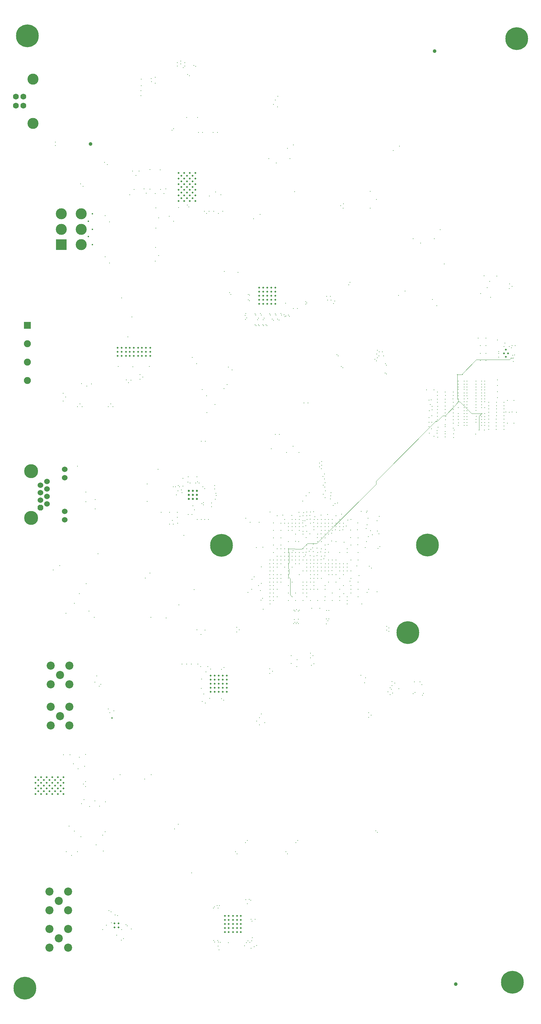
<source format=gbl>
%FSTAX23Y23*%
%MOIN*%
%SFA1B1*%

%IPPOS*%
%AMD205*
4,1,8,0.030000,-0.015000,0.030000,0.015000,0.015000,0.030000,-0.015000,0.030000,-0.030000,0.015000,-0.030000,-0.015000,-0.015000,-0.030000,0.015000,-0.030000,0.030000,-0.015000,0.0*
%
%ADD187C,0.039370*%
%ADD190C,0.004000*%
%ADD197C,0.244094*%
%ADD198C,0.023622*%
%ADD199C,0.086614*%
%ADD200C,0.075000*%
%ADD201R,0.075000X0.075000*%
%ADD202C,0.118110*%
%ADD203C,0.062992*%
%ADD204C,0.150000*%
G04~CAMADD=205~4~0.0~0.0~600.0~600.0~0.0~150.0~0~0.0~0.0~0.0~0.0~0~0.0~0.0~0.0~0.0~0~0.0~0.0~0.0~270.0~600.0~600.0*
%ADD205D205*%
%ADD206C,0.060000*%
%ADD207R,0.118110X0.118110*%
%ADD208C,0.007000*%
%ADD209C,0.015000*%
%ADD210C,0.020000*%
%ADD211C,0.019685*%
%LNprob_s7cas_pcb-1*%
%LPD*%
G54D187*
X04857Y00269D03*
X00942Y09256D03*
X0463Y1025D03*
G54D190*
X04871Y06531D02*
Y0679D01*
X04884Y06498D02*
Y06518D01*
X04871Y06531D02*
X04884Y06518D01*
X04002Y05617D02*
Y0565D01*
X04658Y06292D02*
X04717Y0635D01*
X04644Y06292D02*
X04658D01*
X04002Y0565D02*
X04644Y06292D01*
X03061Y04924D02*
X03133D01*
X03205Y04923D02*
X03265Y04982D01*
X03135Y04923D02*
X03205D01*
X03133Y04924D02*
X03135Y04923D01*
X0307Y04775D02*
Y04889D01*
X049Y06498D02*
X05027Y06372D01*
X05134*
X04884Y06498D02*
X049D01*
X03265Y04982D02*
X03367D01*
X04002Y05617*
X05134Y06372D02*
X05135D01*
X05136Y06371*
X05134Y06372D02*
X05134Y06372D01*
X05105Y06343D02*
X05134Y06372D01*
X04717Y0635D02*
X04741D01*
X03081Y04432D02*
X03101Y04413D01*
X03081Y04432D02*
Y04605D01*
X03062Y04624D02*
X03081Y04605D01*
X03062Y04624D02*
Y04649D01*
X03061Y04716D02*
X0307Y04708D01*
Y04657D02*
Y04708D01*
X03062Y04649D02*
X0307Y04657D01*
X03061Y04716D02*
Y04767D01*
X0307Y04775*
X03061Y04897D02*
X0307Y04889D01*
X03061Y04897D02*
Y04924D01*
X04741Y0635D02*
X04858Y06468D01*
Y06472*
X04884Y06498*
X05448Y06965D02*
X05474D01*
X05448Y06965D02*
X05448Y06965D01*
X05474D02*
X05474Y06966D01*
X05431Y06948D02*
X05448Y06965D01*
X05077Y06948D02*
X05431D01*
X04918Y0679D02*
X05077Y06948D01*
X04871Y0679D02*
X04918D01*
X05105Y06195D02*
Y06343D01*
G54D197*
X04551Y04964D03*
X04343Y04029D03*
X02347Y04963D03*
X00238Y00225D03*
X05462Y00289D03*
X0551Y10381D03*
X00267Y10413D03*
G54D198*
X02081Y0546D03*
X02039D03*
X01996D03*
X02081Y05502D03*
X02039D03*
X01996D03*
X02081Y05544D03*
X02039D03*
X01996D03*
G54D199*
X00601Y0116D03*
X00701Y0106D03*
X00501D03*
Y0126D03*
X00701D03*
X00601Y0076D03*
X00701Y0066D03*
X00501D03*
Y0086D03*
X00701D03*
X00715Y03236D03*
X00515D03*
Y03036D03*
X00715D03*
X00615Y03136D03*
X00715Y03676D03*
X00515D03*
Y03476D03*
X00715D03*
X00615Y03576D03*
G54D200*
X00267Y06726D03*
Y06923D03*
Y0712D03*
G54D201*
X00267Y07317D03*
G54D202*
X00327Y0995D03*
Y09476D03*
X00628Y08343D03*
Y08508D03*
X00844Y08178D03*
Y08343D03*
Y08508D03*
G54D203*
X00221Y09664D03*
Y09762D03*
X00142Y09664D03*
Y09762D03*
G54D204*
X00307Y05256D03*
Y05756D03*
G54D205*
X00407Y05366D03*
G54D206*
X00407Y05446D03*
Y05526D03*
Y05606D03*
X00477Y05406D03*
Y05486D03*
Y05566D03*
Y05646D03*
X00667Y05236D03*
Y05686D03*
Y05776D03*
Y05326D03*
G54D207*
X00628Y08178D03*
G54D208*
X02943Y04767D03*
X02901Y04769D03*
X05074Y06467D03*
X04983Y06532D03*
X04827Y06529D03*
X04884Y0653D03*
X04581Y06469D03*
X04594Y06518D03*
X03345Y05269D03*
X03411Y05284D03*
X03333Y05204D03*
X03299Y05199D03*
X03338Y05238D03*
X037Y05231D03*
X04655Y06161D03*
X04624Y0613D03*
X03843Y05324D03*
X03443Y04819D03*
X03413Y0477D03*
X04834Y06117D03*
X03412Y05086D03*
X03373Y05046D03*
X03634Y05297D03*
X03413Y05163D03*
X04602Y06412D03*
X03481Y05292D03*
X04663Y06449D03*
X04601Y0645D03*
X03542Y0539D03*
X03561Y0541D03*
X03368Y04933D03*
X03525Y05091D03*
X03565Y0513D03*
X03328Y04894D03*
X03295Y04851D03*
X04743Y06252D03*
X04657Y06188D03*
X04661Y0612D03*
X04744Y06232D03*
X03374Y0477D03*
X03413Y04809D03*
X03452Y04848D03*
X03807Y05203D03*
X03728Y05124D03*
X03492Y04888D03*
X03659Y04997D03*
X03802Y05129D03*
X03915Y05253D03*
X03458Y04764D03*
X03728Y05045D03*
X039Y05317D03*
X03416Y04846D03*
X03455Y04885D03*
X03573Y05003D03*
X03337Y04768D03*
X03905Y05329D03*
X03376Y04806D03*
X04743Y06155D03*
X04744Y06121D03*
X04743Y06179D03*
X04572Y06161D03*
X03304Y04918D03*
X03285Y04898D03*
X03324Y04937D03*
X03245Y04859D03*
X03229Y04842D03*
X03527Y0501D03*
X03684Y05168D03*
X03488Y04972D03*
X03645Y05129D03*
X03369Y04853D03*
X03408Y04892D03*
X04666Y06226D03*
X0457Y06233D03*
X04838Y06196D03*
X0346Y0492D03*
X04596Y06208D03*
X04647Y06284D03*
X03254Y0489D03*
X03179Y04846D03*
X03258Y04924D03*
X046Y06278D03*
X03219Y04885D03*
X0483Y0627D03*
X0457Y06278D03*
X03515Y05493D03*
X03248Y05171D03*
X04571Y06402D03*
X03337Y0513D03*
X03293Y05087D03*
X03513Y05458D03*
X03218Y05162D03*
X03296Y05241D03*
X03335Y05163D03*
X03111Y04905D03*
X03102Y04885D03*
X03061Y04885D03*
X03589Y05417D03*
X03254Y05047D03*
X03171Y05003D03*
X03258Y05113D03*
X03219Y05082D03*
X03459Y05544D03*
X04543Y06624D03*
X03457Y05631D03*
X03435Y05607D03*
X03176Y05316D03*
X03452Y05584D03*
X03432Y05698D03*
X03285Y05527D03*
X03251Y05493D03*
X02789Y04942D03*
X03001Y05287D03*
X03099Y05283D03*
X02904Y05043D03*
X02983Y05121D03*
X03448Y05727D03*
X0345Y05673D03*
X03217Y05436D03*
X03417Y05781D03*
X03419Y05819D03*
X03395Y05801D03*
X03396Y05842D03*
X03419Y0586D03*
X02865Y05318D03*
X02901Y05203D03*
X02943Y05279D03*
X02983Y052D03*
X04017Y05115D03*
X03887Y0494D03*
X04031Y05084D03*
X0381Y04806D03*
X03796Y04741D03*
X04022Y04929D03*
X04042Y04949D03*
X03818Y0464D03*
X03723Y04578D03*
X03928Y04739D03*
X03952Y04719D03*
X03653Y04649D03*
X03613Y04609D03*
X03809Y0457D03*
X03941Y0512D03*
X04945Y06687D03*
X04976D03*
X03435Y0551D03*
X03227Y05312D03*
X03187Y05272D03*
X04945Y06655D03*
X04884Y06631D03*
X04945D03*
X05073Y06593D03*
X04977Y06625D03*
X04624Y06624D03*
X04976Y06561D03*
X03294Y05282D03*
X03334Y05321D03*
X03239Y05227D03*
X03216Y05203D03*
X04569Y06514D03*
X04744Y06527D03*
X04884Y06561D03*
X05073Y06498D03*
X02865Y04491D03*
Y04452D03*
X03219D03*
X03731Y0461D03*
X02865Y04688D03*
X02943Y04806D03*
X02983Y04846D03*
X03021Y04886D03*
X03809Y04885D03*
X02864Y04767D03*
X039Y05002D03*
X02904Y04885D03*
X0466Y06491D03*
X05165Y06435D03*
X05134Y06466D03*
X05073Y06435D03*
X05134Y06435D03*
X02983Y04767D03*
X03691Y04924D03*
X05134Y06309D03*
X0314Y05004D03*
X03022Y04806D03*
X0466Y06379D03*
X04744Y06452D03*
X05075Y06343D03*
X02983Y04806D03*
X04749Y06343D03*
X04745Y06305D03*
X0483Y06415D03*
Y06451D03*
X04976Y06403D03*
X04945Y06435D03*
X04976Y06466D03*
Y06435D03*
X04945Y06466D03*
Y06498D03*
Y06403D03*
X03328Y04974D03*
X05136Y06371D03*
X04884Y06435D03*
X0483Y0638D03*
X03573Y05279D03*
X03259Y04964D03*
X03219Y04924D03*
X03494Y052D03*
X03657Y04447D03*
X03494Y0457D03*
X0521Y06275D03*
X03731Y04806D03*
X03652Y04728D03*
X03455Y04531D03*
X05165Y06246D03*
Y06687D03*
X0507Y06152D03*
X04976Y0634D03*
Y06372D03*
Y06309D03*
X05073Y06404D03*
Y06309D03*
Y06561D03*
Y06624D03*
Y0653D03*
X05134Y0634D03*
X0521Y06203D03*
Y06493D03*
X05165Y06498D03*
X05134Y06529D03*
X05315Y07036D03*
X05303Y0716D03*
X02865Y04806D03*
Y0473D03*
X02863Y04649D03*
X04884Y06719D03*
X04976Y06718D03*
X02864Y0457D03*
X02865Y0461D03*
X03176Y05955D03*
X02943Y04491D03*
X04011Y05227D03*
X03805Y04968D03*
X0353Y04693D03*
X02983Y0461D03*
X02943D03*
X03918Y05055D03*
X04976Y06498D03*
X0318Y04648D03*
X02944Y04649D03*
X02903Y04688D03*
X04833Y06155D03*
X04977Y06276D03*
X04945Y06309D03*
X04884Y06309D03*
X04945Y06277D03*
X04884Y06246D03*
X03061Y04806D03*
X03101D03*
X03061Y04846D03*
X0314Y04885D03*
X03336Y04807D03*
X03298Y04806D03*
X03219Y04805D03*
X03376Y04885D03*
X03178Y04807D03*
X0314Y04806D03*
X03298Y04768D03*
X04885Y06273D03*
X0483Y06217D03*
X04884Y06372D03*
Y06341D03*
X04976Y06246D03*
X02748Y05209D03*
X03043Y05955D03*
X02943Y04846D03*
X0466Y06306D03*
X03249Y07541D03*
X0326Y07557D03*
X03248Y07569D03*
X03061Y07427D03*
X03073Y07412D03*
X02863Y07439D03*
X0287Y07426D03*
X02831Y07312D03*
X02822Y07321D03*
X0275Y07312D03*
X02741Y07321D03*
X02962Y07371D03*
X02947Y07383D03*
X02903Y07369D03*
X02889Y07383D03*
X02802Y07393D03*
X02791Y07376D03*
X02743Y07393D03*
X02731Y07376D03*
X02604Y07378D03*
X02616Y07396D03*
X02598Y07423D03*
X02605Y07443D03*
X02788Y07323D03*
X02797Y07311D03*
X02706Y07321D03*
X02715Y07312D03*
X03016Y07429D03*
X03036Y07417D03*
X03027Y07408D03*
X02988Y07427D03*
X02981Y07443D03*
X02929Y07426D03*
X02921Y07438D03*
X02771Y07426D03*
X02764Y07441D03*
X02713Y07426D03*
X02705Y07439D03*
X02447Y07647D03*
X02433Y07666D03*
X02633Y07647D03*
X02647Y07639D03*
X02647Y0758D03*
X02633Y07588D03*
X02522Y07881D03*
X02376Y07891D03*
X03473Y07627D03*
X03484Y07586D03*
X03511Y07627D03*
X03518Y07587D03*
X0371Y07749D03*
X03724Y07776D03*
X03595Y06989D03*
X03584Y07003D03*
X0363Y06875D03*
X03646Y06861D03*
X04068Y07032D03*
X04081Y0699D03*
X04112Y06796D03*
X041Y06807D03*
X04114Y0689D03*
X04101Y06905D03*
X04017Y07049D03*
X04035Y07032D03*
X0401Y0701D03*
X04034Y06989D03*
X04017Y06968D03*
X0399Y06953D03*
X04005Y06934D03*
X01817Y09403D03*
X01834Y09419D03*
X021Y09379D03*
X02143Y09379D03*
X02904Y09678D03*
X02945Y09651D03*
X02301Y09379D03*
X02257Y09379D03*
X02921Y09725D03*
X02949Y09766D03*
X01952Y10127D03*
X01871D03*
X01909Y10142D03*
X0205Y10097D03*
X0207Y10084D03*
X01487Y0995D03*
X01484Y09773D03*
X01482Y09825D03*
X01487Y09878D03*
X01595Y09921D03*
X01637Y09907D03*
X01594Y09956D03*
X01637Y09969D03*
X01872Y10089D03*
X01909Y10113D03*
X01936Y10073D03*
X01954Y10088D03*
X01981Y09999D03*
X02001Y09986D03*
X00566Y09239D03*
Y09276D03*
X01343Y07191D03*
X01275Y0761D03*
X01385Y07407D03*
X03469Y04122D03*
X03485Y04156D03*
X03496Y04175D03*
X03469Y04176D03*
X03497Y04266D03*
X03473Y04266D03*
X0317Y04171D03*
X03127Y0417D03*
X03169Y04126D03*
X03157Y0414D03*
X03145Y04125D03*
X03132Y0414D03*
X03119Y04125D03*
X03178Y04269D03*
X03169Y0426D03*
X03123Y0427D03*
X03134Y04258D03*
X03148Y04275D03*
X03398Y04288D03*
X03311D03*
X05487Y07D03*
X05465Y06994D03*
X02331Y00714D03*
X02314Y00718D03*
X0232Y00637D03*
X02309Y00675D03*
X02306Y00737D03*
X02272Y0072D03*
X02263Y00737D03*
X02323Y0111D03*
X02309Y01083D03*
X02299Y0111D03*
X0227Y01094D03*
X0226Y01082D03*
X04016Y01891D03*
X03999Y01909D03*
X03054Y01662D03*
X03036Y01685D03*
X03164Y01805D03*
X03141Y01783D03*
X02601D03*
X02624Y01805D03*
X02496Y01685D03*
X02514Y01662D03*
X02156Y03371D03*
X0213Y03432D03*
X02133Y03531D03*
X01923Y03692D03*
X01972Y03693D03*
X02021Y03692D03*
X02091Y03693D03*
X02123Y03667D03*
X0218Y03608D03*
X02172Y06077D03*
X02129Y06077D03*
X02139Y0663D03*
X02185Y06562D03*
X02078Y06904D03*
X02031Y06972D03*
X00953Y06689D03*
X00901Y06664D03*
X00845Y06692D03*
X00648Y06589D03*
X00676Y06549D03*
X0065Y06505D03*
X01787Y08482D03*
X01831Y08428D03*
X01641Y08573D03*
X01673Y08466D03*
X01642Y08356D03*
X01639Y08149D03*
X01671Y08062D03*
X01636Y08003D03*
X0175Y08777D03*
X01517Y08777D03*
X01729Y08727D03*
X01691Y08769D03*
X01636Y08726D03*
X01579Y08771D03*
X0154Y08729D03*
X0141Y08768D03*
X01362Y08711D03*
X01474Y06789D03*
X01501Y06763D03*
X01472Y06739D03*
X01375Y0673D03*
X01349Y06702D03*
X01325Y06731D03*
X01395Y06871D03*
X01573Y06875D03*
X0124D03*
X00852Y06445D03*
X00828Y06474D03*
X00802Y06446D03*
X01183Y06445D03*
X01159Y06474D03*
X01133Y06446D03*
X01102Y02218D03*
X01038Y02171D03*
X00988Y02228D03*
X00931Y0217D03*
X00874Y02243D03*
X00847Y02198D03*
X02371Y03655D03*
X02347Y03637D03*
X02199Y03666D03*
X02229Y03638D03*
X0251Y04084D03*
X02537Y04058D03*
X02508Y04034D03*
X03091Y03781D03*
X03155Y03738D03*
X03093Y03698D03*
X03153Y03666D03*
X03336Y03697D03*
X03309Y03679D03*
X02862Y03592D03*
X02891Y03616D03*
X02863Y03642D03*
X033Y03809D03*
X03327Y03783D03*
X03298Y03759D03*
X03923Y03171D03*
X0395Y03145D03*
X03922Y03122D03*
X04178Y03381D03*
X04129Y03395D03*
X04152Y03366D03*
X04152Y03439D03*
X04167Y03422D03*
X03888Y03547D03*
X03879Y03492D03*
X03838Y03571D03*
X04172Y03505D03*
X04202Y0349D03*
X04173Y03461D03*
X04245Y03428D03*
X04012Y04465D03*
X03921Y04492D03*
X03907Y0446D03*
X02721Y03081D03*
X02752Y03119D03*
X02773Y0316D03*
X02754Y03043D03*
X02808Y03067D03*
X02369Y03305D03*
X02346Y03323D03*
X02218Y03326D03*
X02172Y03276D03*
X0214Y03291D03*
X02624Y0113D03*
X02606Y01172D03*
X02658Y01166D03*
X02643Y01177D03*
X02672Y00941D03*
X02705Y00961D03*
X02664Y00961D03*
X02419Y00712D03*
X02695Y00669D03*
X02721Y00682D03*
X02663Y00651D03*
X02611Y00711D03*
X02593Y00679D03*
X02648Y00714D03*
X02668Y00731D03*
X02628Y00731D03*
X02677Y00764D03*
X03962Y05075D03*
X03896Y05142D03*
X03907Y05182D03*
X03494Y04728D03*
X03455Y04688D03*
X04037Y05272D03*
X01974Y0954D03*
X02089Y09539D03*
X02458Y0684D03*
X02418Y0687D03*
X02405Y06681D03*
X02373Y0664D03*
X02277Y06469D03*
X0219Y06382D03*
X02607Y05252D03*
X02652Y0521D03*
X02773Y04733D03*
X01232Y01001D03*
X01205Y01009D03*
X01163Y01041D03*
X01138Y01054D03*
X01379Y00859D03*
X01337Y00891D03*
X01322Y00906D03*
X01276Y00852D03*
X01165Y00924D03*
X00989Y035D03*
X01051Y03477D03*
X01035Y03455D03*
X01297Y00754D03*
X01271Y00739D03*
X01221Y00793D03*
X01074Y00853D03*
X01114Y009D03*
X01079Y01691D03*
X01003Y0176D03*
X01193Y03192D03*
X0115Y03173D03*
X01132Y03213D03*
X03849Y04334D03*
X03534Y04373D03*
X03061D03*
X02672Y046D03*
X02695Y04625D03*
X02742Y04531D03*
X02771Y04557D03*
X02668Y04493D03*
X0263Y04458D03*
X02764Y0448D03*
X02785Y04395D03*
X0277Y04375D03*
X04509Y03378D03*
X04498Y0336D03*
X04419Y0339D03*
X044Y03377D03*
X04494Y03471D03*
X04471Y03502D03*
X04412Y03503D03*
X02794Y04278D03*
X03518Y05527D03*
X02719Y04939D03*
X02152Y0542D03*
X02137Y05408D03*
X02152Y05396D03*
X04117Y04056D03*
X04138Y04041D03*
Y04079D03*
X04117Y04094D03*
X01098Y0805D03*
X01145Y07982D03*
X01099Y08489D03*
X01145Y08421D03*
X01463Y08964D03*
X01689Y08978D03*
X01579Y08981D03*
X0143Y08918D03*
X01391Y08964D03*
X01094Y09058D03*
X01121Y09034D03*
X00836Y08828D03*
X00863Y08803D03*
X01886Y08574D03*
X02162Y08536D03*
X02338Y08711D03*
X02282Y08741D03*
X02217Y08699D03*
X01995Y08583D03*
X0198Y08601D03*
X0236Y08536D03*
X02264D03*
X02311Y08512D03*
X02212Y08536D03*
X02187Y08512D03*
X0269Y08454D03*
X02758Y08501D03*
X03129Y08744D03*
X03052Y0921D03*
X03117Y09244D03*
X03649Y08568D03*
X03622Y08594D03*
X03651Y08617D03*
X0543Y07709D03*
X05459Y07733D03*
X05431Y07759D03*
X05191Y07719D03*
X05218Y07786D03*
X05297Y07842D03*
X0516Y07846D03*
X05122Y07657D03*
X05228Y07615D03*
X0308Y09098D03*
X02853D03*
X02933Y09053D03*
X0448Y08196D03*
X044Y08241D03*
X04627D03*
X0469Y0834D03*
X04732Y07972D03*
X04243Y07634D03*
X04311Y07681D03*
X03559Y07575D03*
X03545Y07548D03*
X0394Y0857D03*
X04005Y08663D03*
X0394Y08749D03*
X04185Y09184D03*
X04253Y09231D03*
X03032Y07552D03*
X03159Y07494D03*
X03116Y07496D03*
X04654Y07525D03*
X04607Y07593D03*
X01844Y0193D03*
X01881Y01979D03*
X01594Y02508D03*
X01521Y02463D03*
X01071Y01863D03*
X011Y019D03*
X02052Y0449D03*
X01889Y04325D03*
X00824Y02697D03*
X00888Y02726D03*
X00722Y02722D03*
X00654D03*
X02026Y0146D03*
X0119Y02463D03*
X01258Y0251D03*
X00889Y02437D03*
X0089Y02383D03*
X00866Y0241D03*
X00801Y01687D03*
X0074Y01645D03*
X00684Y01687D03*
X0088Y026D03*
X00809Y02573D03*
X00759Y02627D03*
X00838Y01846D03*
X0077Y01907D03*
X00712Y01958D03*
X02904Y04373D03*
X02865D03*
X02864Y04413D03*
X02903Y04533D03*
X02904Y04452D03*
X02865Y04533D03*
X02903Y0461D03*
X03258Y04806D03*
Y04768D03*
X03337Y04846D03*
X03416Y04924D03*
X03219Y05113D03*
X03022Y04728D03*
X03332Y04733D03*
X03061Y04688D03*
X03376D03*
X03416Y04728D03*
X03219Y04688D03*
X03258Y04688D03*
X03101Y04728D03*
X0314Y04767D03*
X03298Y04728D03*
X03258D03*
X03376D03*
X03061Y04613D03*
X03456Y04964D03*
X0521Y06239D03*
Y06312D03*
Y06348D03*
Y06385D03*
Y06421D03*
Y06457D03*
X0483Y06306D03*
Y06342D03*
Y06491D03*
Y06565D03*
Y06602D03*
X05452Y07077D03*
X0546Y071D03*
X0543Y0709D03*
X0518Y0718D03*
X05315Y07017D03*
X05315Y06976D03*
X0518Y0694D03*
Y07017D03*
Y071D03*
X0543Y06386D03*
X05393Y0639D03*
X05095Y0718D03*
X05119Y0694D03*
Y071D03*
X05119Y07017D03*
X05383Y07125D03*
X05374Y0709D03*
X05493Y071D03*
X05474Y0693D03*
X05474Y06966D03*
X05448Y06965D03*
X04871Y0679D03*
X05105Y06195D03*
X05164D03*
X05303Y06672D03*
Y06604D03*
X05507Y06386D03*
X0546Y0639D03*
X046Y06348D03*
X0457Y0633D03*
X0493Y0679D03*
X05303Y06732D03*
Y06543D03*
X0548Y0627D03*
X05409D03*
X05408Y06512D03*
X0548D03*
X0466Y06342D03*
Y06417D03*
Y06527D03*
Y06564D03*
Y06602D03*
X04744Y06602D03*
X04745Y06564D03*
X04744Y06491D03*
X04744Y06416D03*
X04743Y0638D03*
X0529Y06203D03*
X0529Y06239D03*
X0529Y06275D03*
X0529Y06311D03*
X05291Y06348D03*
X05291Y06385D03*
X05291Y06421D03*
X05291Y06457D03*
X05291Y06493D03*
X05371Y06203D03*
Y06239D03*
Y06275D03*
Y06311D03*
Y06348D03*
X05373Y06386D03*
Y06421D03*
Y06457D03*
Y06493D03*
X03263Y05239D03*
X02056Y05342D03*
X01988Y05695D03*
X02081Y05695D03*
X03218Y05224D03*
X03258Y05279D03*
X0322Y05279D03*
X02207Y0524D03*
X02239Y05376D03*
X0228Y05455D03*
X02289Y05496D03*
X00984Y04192D03*
X00926Y04258D03*
X00612Y04746D03*
X00544Y047D03*
X01022Y04871D03*
X0077Y04342D03*
X00678Y04234D03*
X00823Y04447D03*
X00895Y04552D03*
X01529Y04612D03*
X01579Y04666D03*
X02169Y04055D03*
X02127Y04009D03*
X02083Y0406D03*
X01588Y04191D03*
X01754Y04187D03*
X01931Y05678D03*
X03229Y06484D03*
X03272Y06485D03*
X02967Y0615D03*
X02924Y06149D03*
X03111Y06023D03*
X02878Y05997D03*
X03456Y05472D03*
X03258Y05318D03*
X02287Y0552D03*
X03299Y0532D03*
X02107Y05628D03*
X02166Y05568D03*
X02274Y05564D03*
X02274Y05601D03*
X02239Y05417D03*
X02128Y05239D03*
X02167D03*
X02087D03*
X01921Y05525D03*
X01879Y05544D03*
X0183Y0519D03*
X02029Y05293D03*
X01877Y052D03*
X01872Y05263D03*
Y05314D03*
X01988Y05293D03*
X01819Y05228D03*
X01944Y0507D03*
X01789Y0519D03*
X01931Y05594D03*
X01985Y05638D03*
X02038Y05384D03*
X02146Y0559D03*
X02088Y05642D03*
X02068Y05628D03*
X03809Y04413D03*
X03809Y05043D03*
X02904Y0473D03*
Y04413D03*
Y0457D03*
X03298Y04373D03*
X0314D03*
X03691Y04334D03*
X03613Y04373D03*
X03454D03*
X01916Y05555D03*
X01896Y05589D03*
X01884Y05601D03*
X0183Y0559D03*
X01853D03*
X01861Y05501D03*
X01789Y05314D03*
X01667Y05774D03*
X0155Y0562D03*
X017Y05314D03*
X0155Y05433D03*
X00993Y05351D03*
X00893Y05428D03*
X00993Y05451D03*
X00891Y05531D03*
X00802Y0581D03*
X02009Y05628D03*
X02904Y05121D03*
Y04806D03*
Y04491D03*
Y04649D03*
Y04964D03*
X03809Y04491D03*
X03691Y04373D03*
X03376D03*
X03219D03*
X02865Y04334D03*
X03731Y04452D03*
Y04491D03*
Y04531D03*
X03573Y0457D03*
X03613Y04413D03*
Y04491D03*
X03652Y04531D03*
X03691Y04413D03*
X03416Y0461D03*
X03455Y04413D03*
Y04491D03*
X03534Y04452D03*
X03258Y0457D03*
Y04531D03*
Y04491D03*
Y04452D03*
Y04413D03*
X03298Y04491D03*
Y0457D03*
Y0461D03*
X03337Y04491D03*
Y04531D03*
Y0457D03*
Y0461D03*
X03376Y04491D03*
Y0461D03*
X03101Y0457D03*
Y04413D03*
X0314Y04452D03*
X03219Y04491D03*
Y04531D03*
Y0457D03*
X03061Y04531D03*
Y04452D03*
X02983Y0457D03*
X02943Y04413D03*
Y0457D03*
X03731Y04688D03*
X03691D03*
Y04728D03*
Y04767D03*
Y04885D03*
X03652Y04688D03*
Y04767D03*
X03613Y04688D03*
Y04728D03*
Y04767D03*
Y04885D03*
X03574Y04649D03*
X03573Y04728D03*
Y04767D03*
Y04806D03*
X03534Y04649D03*
X03534Y04728D03*
Y04767D03*
Y04806D03*
X03495Y04649D03*
X03494Y04688D03*
Y04767D03*
Y04806D03*
X03455Y04728D03*
X03416Y04688D03*
X03377Y04649D03*
X03338D03*
X03337Y04688D03*
X03731Y04964D03*
X03731Y05239D03*
X03652Y05161D03*
Y052D03*
X03613Y05121D03*
Y05161D03*
Y052D03*
Y05239D03*
X03573Y05161D03*
Y052D03*
X03534Y05121D03*
Y05161D03*
Y052D03*
Y05239D03*
X03494Y05082D03*
Y05121D03*
Y05161D03*
Y05239D03*
X03455Y05043D03*
Y05082D03*
Y05121D03*
Y05161D03*
Y052D03*
Y05239D03*
X03416Y05003D03*
Y05043D03*
Y05121D03*
Y052D03*
Y05239D03*
X03376Y05003D03*
Y05082D03*
Y05161D03*
Y052D03*
Y05239D03*
X03298Y04649D03*
X03298Y04688D03*
X03179Y04767D03*
Y04885D03*
Y05121D03*
Y05161D03*
Y052D03*
Y05239D03*
X0314Y04846D03*
Y05082D03*
Y05161D03*
Y052D03*
Y05239D03*
X03101Y04846D03*
Y05239D03*
Y052D03*
Y05161D03*
Y05121D03*
X03061Y04924D03*
Y04767D03*
X03062Y04649D03*
X03061Y052D03*
Y05161D03*
Y05121D03*
Y05003D03*
X03022Y04924D03*
Y04846D03*
Y05239D03*
Y052D03*
X02983Y04924D03*
X02983Y04649D03*
X02983Y05043D03*
X02983Y04964D03*
X02943Y04924D03*
Y04728D03*
X05073Y06278D03*
Y06719D03*
X05165Y06655D03*
Y06624D03*
X05134Y06687D03*
Y06655D03*
Y06624D03*
X05073Y06656D03*
Y06687D03*
X04976Y06655D03*
X05165Y06561D03*
Y06592D03*
X05134D03*
Y06561D03*
X04945Y06372D03*
Y06561D03*
Y06529D03*
X05165Y06718D03*
X05134D03*
X05165Y0634D03*
Y06309D03*
X05134Y06277D03*
Y06246D03*
X05165Y06277D03*
Y06372D03*
X05134Y06498D03*
X05165Y06529D03*
X04945Y06246D03*
Y0634D03*
X04884Y06593D03*
Y06687D03*
Y06656D03*
Y06498D03*
X04976Y06592D03*
X04945D03*
Y06718D03*
X01008Y03566D03*
G54D209*
X00962Y08178D03*
X00918Y08264D03*
X00962Y08343D03*
X00918Y0843D03*
X00962Y08508D03*
X01172Y03116D03*
G54D210*
X01887Y08946D03*
X01947D03*
X02007D03*
X02067D03*
X02037Y08916D03*
X01917D03*
X02067Y08886D03*
X02007D03*
X01947D03*
X01887D03*
X02037Y08856D03*
X01917D03*
X02067Y08826D03*
X02007D03*
X01947D03*
X01887D03*
X02037Y08796D03*
X01917D03*
X02067Y08766D03*
X02007D03*
X01947D03*
X01887D03*
X02037Y08736D03*
X01977D03*
X01917D03*
X02067Y08706D03*
X02007D03*
X01947D03*
X02037Y08676D03*
X01977D03*
X02067Y08646D03*
X02007D03*
X01947D03*
X01887D03*
Y08706D03*
X01917Y08676D03*
X01977Y08916D03*
Y08856D03*
Y08796D03*
X00351Y02303D03*
Y02363D03*
Y02423D03*
Y02483D03*
X00381Y02453D03*
Y02333D03*
X00411Y02483D03*
Y02423D03*
Y02363D03*
Y02303D03*
X00441Y02453D03*
Y02333D03*
X00471Y02483D03*
Y02423D03*
Y02363D03*
Y02303D03*
X00501Y02453D03*
Y02333D03*
X00531Y02483D03*
Y02423D03*
Y02363D03*
Y02303D03*
X00561Y02453D03*
Y02393D03*
Y02333D03*
X00591Y02483D03*
Y02423D03*
Y02363D03*
X00621Y02453D03*
Y02393D03*
X00651Y02483D03*
Y02423D03*
Y02363D03*
Y02303D03*
X00591D03*
X00621Y02333D03*
X00381Y02393D03*
X00441D03*
X00501D03*
G54D211*
X0275Y0772D03*
X02794D03*
X02837D03*
X0288D03*
X02924D03*
X0275Y07676D03*
X02794D03*
X02837D03*
X0288D03*
X02924D03*
X0275Y07633D03*
X02794D03*
X02837D03*
X0288D03*
X02924D03*
X0275Y0759D03*
X02794D03*
X02837D03*
X0288D03*
X02924D03*
X0275Y07546D03*
X02794D03*
X02837D03*
X0288D03*
X02924D03*
X05393Y06979D03*
X05416Y07017D03*
X05371D03*
X05393Y07054D03*
X01234Y0699D03*
Y07033D03*
Y07076D03*
X01277Y0699D03*
Y07033D03*
Y07076D03*
X01321Y0699D03*
Y07033D03*
Y07076D03*
X01364Y0699D03*
Y07033D03*
Y07076D03*
X01407Y0699D03*
Y07033D03*
Y07076D03*
X01451Y0699D03*
Y07033D03*
Y07076D03*
X01494Y0699D03*
Y07033D03*
Y07076D03*
X01537Y0699D03*
Y07033D03*
Y07076D03*
X01581Y0699D03*
Y07033D03*
Y07076D03*
X02554Y00998D03*
Y00955D03*
Y00912D03*
Y00868D03*
Y00825D03*
X02511Y00998D03*
Y00955D03*
Y00912D03*
Y00868D03*
Y00825D03*
X02468Y00998D03*
Y00955D03*
Y00912D03*
Y00868D03*
Y00825D03*
X02424Y00998D03*
Y00955D03*
Y00912D03*
Y00868D03*
Y00825D03*
X02381Y00998D03*
Y00955D03*
Y00912D03*
Y00868D03*
Y00825D03*
X01243Y00876D03*
X012D03*
X01243Y0092D03*
X012D03*
X0223Y03395D03*
Y03438D03*
Y03482D03*
Y03525D03*
Y03568D03*
X02274Y03395D03*
Y03438D03*
Y03482D03*
Y03525D03*
Y03568D03*
X02317Y03395D03*
Y03438D03*
Y03482D03*
Y03525D03*
Y03568D03*
X0236Y03395D03*
Y03438D03*
Y03482D03*
Y03525D03*
Y03568D03*
X02404Y03395D03*
Y03438D03*
Y03482D03*
Y03525D03*
Y03568D03*
M02*
</source>
